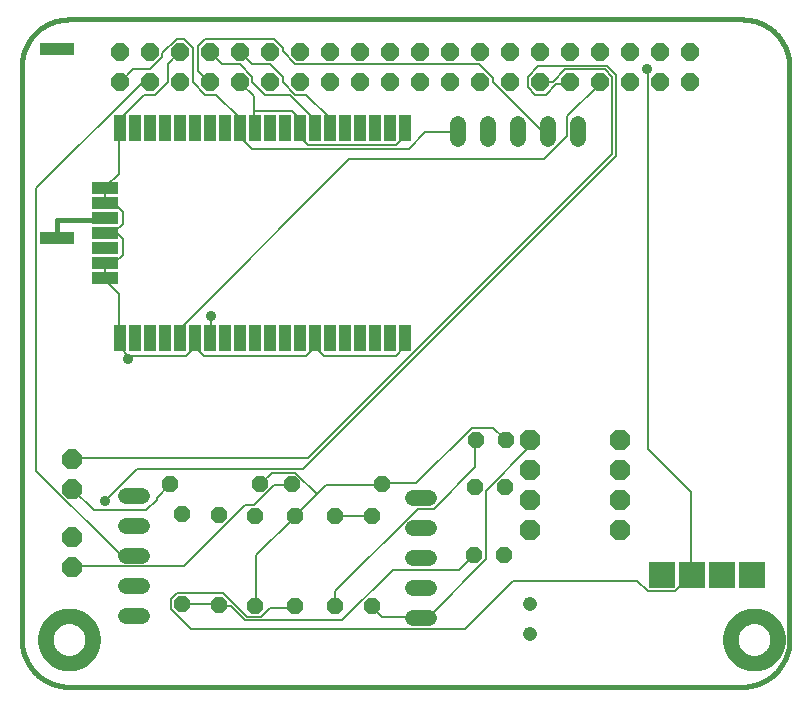
<source format=gtl>
G75*
%MOIN*%
%OFA0B0*%
%FSLAX25Y25*%
%IPPOS*%
%LPD*%
%AMOC8*
5,1,8,0,0,1.08239X$1,22.5*
%
%ADD10C,0.01600*%
%ADD11C,0.00000*%
%ADD12R,0.11811X0.03937*%
%ADD13C,0.05000*%
%ADD14OC8,0.06000*%
%ADD15R,0.04000X0.08858*%
%ADD16R,0.08858X0.04000*%
%ADD17OC8,0.06600*%
%ADD18OC8,0.05200*%
%ADD19R,0.08600X0.08600*%
%ADD20OC8,0.06800*%
%ADD21C,0.04756*%
%ADD22C,0.05200*%
%ADD23C,0.00600*%
%ADD24C,0.03600*%
%ADD25C,0.00504*%
D10*
X0017548Y0001800D02*
X0241957Y0001800D01*
X0242338Y0001805D01*
X0242718Y0001818D01*
X0243098Y0001841D01*
X0243477Y0001874D01*
X0243855Y0001915D01*
X0244232Y0001965D01*
X0244608Y0002025D01*
X0244983Y0002093D01*
X0245355Y0002171D01*
X0245726Y0002258D01*
X0246094Y0002353D01*
X0246460Y0002458D01*
X0246823Y0002571D01*
X0247184Y0002693D01*
X0247541Y0002823D01*
X0247895Y0002963D01*
X0248246Y0003110D01*
X0248593Y0003267D01*
X0248936Y0003431D01*
X0249275Y0003604D01*
X0249610Y0003785D01*
X0249941Y0003974D01*
X0250266Y0004171D01*
X0250587Y0004375D01*
X0250903Y0004588D01*
X0251213Y0004808D01*
X0251519Y0005035D01*
X0251818Y0005270D01*
X0252112Y0005512D01*
X0252400Y0005760D01*
X0252682Y0006016D01*
X0252957Y0006279D01*
X0253226Y0006548D01*
X0253489Y0006823D01*
X0253745Y0007105D01*
X0253993Y0007393D01*
X0254235Y0007687D01*
X0254470Y0007986D01*
X0254697Y0008292D01*
X0254917Y0008602D01*
X0255130Y0008918D01*
X0255334Y0009239D01*
X0255531Y0009564D01*
X0255720Y0009895D01*
X0255901Y0010230D01*
X0256074Y0010569D01*
X0256238Y0010912D01*
X0256395Y0011259D01*
X0256542Y0011610D01*
X0256682Y0011964D01*
X0256812Y0012321D01*
X0256934Y0012682D01*
X0257047Y0013045D01*
X0257152Y0013411D01*
X0257247Y0013779D01*
X0257334Y0014150D01*
X0257412Y0014522D01*
X0257480Y0014897D01*
X0257540Y0015273D01*
X0257590Y0015650D01*
X0257631Y0016028D01*
X0257664Y0016407D01*
X0257687Y0016787D01*
X0257700Y0017167D01*
X0257705Y0017548D01*
X0257706Y0017548D02*
X0257706Y0208493D01*
X0257705Y0208493D02*
X0257700Y0208874D01*
X0257687Y0209254D01*
X0257664Y0209634D01*
X0257631Y0210013D01*
X0257590Y0210391D01*
X0257540Y0210768D01*
X0257480Y0211144D01*
X0257412Y0211519D01*
X0257334Y0211891D01*
X0257247Y0212262D01*
X0257152Y0212630D01*
X0257047Y0212996D01*
X0256934Y0213359D01*
X0256812Y0213720D01*
X0256682Y0214077D01*
X0256542Y0214431D01*
X0256395Y0214782D01*
X0256238Y0215129D01*
X0256074Y0215472D01*
X0255901Y0215811D01*
X0255720Y0216146D01*
X0255531Y0216477D01*
X0255334Y0216802D01*
X0255130Y0217123D01*
X0254917Y0217439D01*
X0254697Y0217749D01*
X0254470Y0218055D01*
X0254235Y0218354D01*
X0253993Y0218648D01*
X0253745Y0218936D01*
X0253489Y0219218D01*
X0253226Y0219493D01*
X0252957Y0219762D01*
X0252682Y0220025D01*
X0252400Y0220281D01*
X0252112Y0220529D01*
X0251818Y0220771D01*
X0251519Y0221006D01*
X0251213Y0221233D01*
X0250903Y0221453D01*
X0250587Y0221666D01*
X0250266Y0221870D01*
X0249941Y0222067D01*
X0249610Y0222256D01*
X0249275Y0222437D01*
X0248936Y0222610D01*
X0248593Y0222774D01*
X0248246Y0222931D01*
X0247895Y0223078D01*
X0247541Y0223218D01*
X0247184Y0223348D01*
X0246823Y0223470D01*
X0246460Y0223583D01*
X0246094Y0223688D01*
X0245726Y0223783D01*
X0245355Y0223870D01*
X0244983Y0223948D01*
X0244608Y0224016D01*
X0244232Y0224076D01*
X0243855Y0224126D01*
X0243477Y0224167D01*
X0243098Y0224200D01*
X0242718Y0224223D01*
X0242338Y0224236D01*
X0241957Y0224241D01*
X0017548Y0224241D01*
X0017167Y0224236D01*
X0016787Y0224223D01*
X0016407Y0224200D01*
X0016028Y0224167D01*
X0015650Y0224126D01*
X0015273Y0224076D01*
X0014897Y0224016D01*
X0014522Y0223948D01*
X0014150Y0223870D01*
X0013779Y0223783D01*
X0013411Y0223688D01*
X0013045Y0223583D01*
X0012682Y0223470D01*
X0012321Y0223348D01*
X0011964Y0223218D01*
X0011610Y0223078D01*
X0011259Y0222931D01*
X0010912Y0222774D01*
X0010569Y0222610D01*
X0010230Y0222437D01*
X0009895Y0222256D01*
X0009564Y0222067D01*
X0009239Y0221870D01*
X0008918Y0221666D01*
X0008602Y0221453D01*
X0008292Y0221233D01*
X0007986Y0221006D01*
X0007687Y0220771D01*
X0007393Y0220529D01*
X0007105Y0220281D01*
X0006823Y0220025D01*
X0006548Y0219762D01*
X0006279Y0219493D01*
X0006016Y0219218D01*
X0005760Y0218936D01*
X0005512Y0218648D01*
X0005270Y0218354D01*
X0005035Y0218055D01*
X0004808Y0217749D01*
X0004588Y0217439D01*
X0004375Y0217123D01*
X0004171Y0216802D01*
X0003974Y0216477D01*
X0003785Y0216146D01*
X0003604Y0215811D01*
X0003431Y0215472D01*
X0003267Y0215129D01*
X0003110Y0214782D01*
X0002963Y0214431D01*
X0002823Y0214077D01*
X0002693Y0213720D01*
X0002571Y0213359D01*
X0002458Y0212996D01*
X0002353Y0212630D01*
X0002258Y0212262D01*
X0002171Y0211891D01*
X0002093Y0211519D01*
X0002025Y0211144D01*
X0001965Y0210768D01*
X0001915Y0210391D01*
X0001874Y0210013D01*
X0001841Y0209634D01*
X0001818Y0209254D01*
X0001805Y0208874D01*
X0001800Y0208493D01*
X0001800Y0017548D01*
X0001805Y0017167D01*
X0001818Y0016787D01*
X0001841Y0016407D01*
X0001874Y0016028D01*
X0001915Y0015650D01*
X0001965Y0015273D01*
X0002025Y0014897D01*
X0002093Y0014522D01*
X0002171Y0014150D01*
X0002258Y0013779D01*
X0002353Y0013411D01*
X0002458Y0013045D01*
X0002571Y0012682D01*
X0002693Y0012321D01*
X0002823Y0011964D01*
X0002963Y0011610D01*
X0003110Y0011259D01*
X0003267Y0010912D01*
X0003431Y0010569D01*
X0003604Y0010230D01*
X0003785Y0009895D01*
X0003974Y0009564D01*
X0004171Y0009239D01*
X0004375Y0008918D01*
X0004588Y0008602D01*
X0004808Y0008292D01*
X0005035Y0007986D01*
X0005270Y0007687D01*
X0005512Y0007393D01*
X0005760Y0007105D01*
X0006016Y0006823D01*
X0006279Y0006548D01*
X0006548Y0006279D01*
X0006823Y0006016D01*
X0007105Y0005760D01*
X0007393Y0005512D01*
X0007687Y0005270D01*
X0007986Y0005035D01*
X0008292Y0004808D01*
X0008602Y0004588D01*
X0008918Y0004375D01*
X0009239Y0004171D01*
X0009564Y0003974D01*
X0009895Y0003785D01*
X0010230Y0003604D01*
X0010569Y0003431D01*
X0010912Y0003267D01*
X0011259Y0003110D01*
X0011610Y0002963D01*
X0011964Y0002823D01*
X0012321Y0002693D01*
X0012682Y0002571D01*
X0013045Y0002458D01*
X0013411Y0002353D01*
X0013779Y0002258D01*
X0014150Y0002171D01*
X0014522Y0002093D01*
X0014897Y0002025D01*
X0015273Y0001965D01*
X0015650Y0001915D01*
X0016028Y0001874D01*
X0016407Y0001841D01*
X0016787Y0001818D01*
X0017167Y0001805D01*
X0017548Y0001800D01*
X0013611Y0151406D02*
X0013611Y0157312D01*
X0029359Y0157312D01*
D11*
X0012036Y0017548D02*
X0012038Y0017696D01*
X0012044Y0017844D01*
X0012054Y0017992D01*
X0012068Y0018139D01*
X0012086Y0018286D01*
X0012107Y0018432D01*
X0012133Y0018578D01*
X0012163Y0018723D01*
X0012196Y0018867D01*
X0012234Y0019010D01*
X0012275Y0019152D01*
X0012320Y0019293D01*
X0012368Y0019433D01*
X0012421Y0019572D01*
X0012477Y0019709D01*
X0012537Y0019844D01*
X0012600Y0019978D01*
X0012667Y0020110D01*
X0012738Y0020240D01*
X0012812Y0020368D01*
X0012889Y0020494D01*
X0012970Y0020618D01*
X0013054Y0020740D01*
X0013141Y0020859D01*
X0013232Y0020976D01*
X0013326Y0021091D01*
X0013422Y0021203D01*
X0013522Y0021313D01*
X0013624Y0021419D01*
X0013730Y0021523D01*
X0013838Y0021624D01*
X0013949Y0021722D01*
X0014062Y0021818D01*
X0014178Y0021910D01*
X0014296Y0021999D01*
X0014417Y0022084D01*
X0014540Y0022167D01*
X0014665Y0022246D01*
X0014792Y0022322D01*
X0014921Y0022394D01*
X0015052Y0022463D01*
X0015185Y0022528D01*
X0015320Y0022589D01*
X0015456Y0022647D01*
X0015593Y0022702D01*
X0015732Y0022752D01*
X0015873Y0022799D01*
X0016014Y0022842D01*
X0016157Y0022882D01*
X0016301Y0022917D01*
X0016445Y0022949D01*
X0016591Y0022976D01*
X0016737Y0023000D01*
X0016884Y0023020D01*
X0017031Y0023036D01*
X0017178Y0023048D01*
X0017326Y0023056D01*
X0017474Y0023060D01*
X0017622Y0023060D01*
X0017770Y0023056D01*
X0017918Y0023048D01*
X0018065Y0023036D01*
X0018212Y0023020D01*
X0018359Y0023000D01*
X0018505Y0022976D01*
X0018651Y0022949D01*
X0018795Y0022917D01*
X0018939Y0022882D01*
X0019082Y0022842D01*
X0019223Y0022799D01*
X0019364Y0022752D01*
X0019503Y0022702D01*
X0019640Y0022647D01*
X0019776Y0022589D01*
X0019911Y0022528D01*
X0020044Y0022463D01*
X0020175Y0022394D01*
X0020304Y0022322D01*
X0020431Y0022246D01*
X0020556Y0022167D01*
X0020679Y0022084D01*
X0020800Y0021999D01*
X0020918Y0021910D01*
X0021034Y0021818D01*
X0021147Y0021722D01*
X0021258Y0021624D01*
X0021366Y0021523D01*
X0021472Y0021419D01*
X0021574Y0021313D01*
X0021674Y0021203D01*
X0021770Y0021091D01*
X0021864Y0020976D01*
X0021955Y0020859D01*
X0022042Y0020740D01*
X0022126Y0020618D01*
X0022207Y0020494D01*
X0022284Y0020368D01*
X0022358Y0020240D01*
X0022429Y0020110D01*
X0022496Y0019978D01*
X0022559Y0019844D01*
X0022619Y0019709D01*
X0022675Y0019572D01*
X0022728Y0019433D01*
X0022776Y0019293D01*
X0022821Y0019152D01*
X0022862Y0019010D01*
X0022900Y0018867D01*
X0022933Y0018723D01*
X0022963Y0018578D01*
X0022989Y0018432D01*
X0023010Y0018286D01*
X0023028Y0018139D01*
X0023042Y0017992D01*
X0023052Y0017844D01*
X0023058Y0017696D01*
X0023060Y0017548D01*
X0023058Y0017400D01*
X0023052Y0017252D01*
X0023042Y0017104D01*
X0023028Y0016957D01*
X0023010Y0016810D01*
X0022989Y0016664D01*
X0022963Y0016518D01*
X0022933Y0016373D01*
X0022900Y0016229D01*
X0022862Y0016086D01*
X0022821Y0015944D01*
X0022776Y0015803D01*
X0022728Y0015663D01*
X0022675Y0015524D01*
X0022619Y0015387D01*
X0022559Y0015252D01*
X0022496Y0015118D01*
X0022429Y0014986D01*
X0022358Y0014856D01*
X0022284Y0014728D01*
X0022207Y0014602D01*
X0022126Y0014478D01*
X0022042Y0014356D01*
X0021955Y0014237D01*
X0021864Y0014120D01*
X0021770Y0014005D01*
X0021674Y0013893D01*
X0021574Y0013783D01*
X0021472Y0013677D01*
X0021366Y0013573D01*
X0021258Y0013472D01*
X0021147Y0013374D01*
X0021034Y0013278D01*
X0020918Y0013186D01*
X0020800Y0013097D01*
X0020679Y0013012D01*
X0020556Y0012929D01*
X0020431Y0012850D01*
X0020304Y0012774D01*
X0020175Y0012702D01*
X0020044Y0012633D01*
X0019911Y0012568D01*
X0019776Y0012507D01*
X0019640Y0012449D01*
X0019503Y0012394D01*
X0019364Y0012344D01*
X0019223Y0012297D01*
X0019082Y0012254D01*
X0018939Y0012214D01*
X0018795Y0012179D01*
X0018651Y0012147D01*
X0018505Y0012120D01*
X0018359Y0012096D01*
X0018212Y0012076D01*
X0018065Y0012060D01*
X0017918Y0012048D01*
X0017770Y0012040D01*
X0017622Y0012036D01*
X0017474Y0012036D01*
X0017326Y0012040D01*
X0017178Y0012048D01*
X0017031Y0012060D01*
X0016884Y0012076D01*
X0016737Y0012096D01*
X0016591Y0012120D01*
X0016445Y0012147D01*
X0016301Y0012179D01*
X0016157Y0012214D01*
X0016014Y0012254D01*
X0015873Y0012297D01*
X0015732Y0012344D01*
X0015593Y0012394D01*
X0015456Y0012449D01*
X0015320Y0012507D01*
X0015185Y0012568D01*
X0015052Y0012633D01*
X0014921Y0012702D01*
X0014792Y0012774D01*
X0014665Y0012850D01*
X0014540Y0012929D01*
X0014417Y0013012D01*
X0014296Y0013097D01*
X0014178Y0013186D01*
X0014062Y0013278D01*
X0013949Y0013374D01*
X0013838Y0013472D01*
X0013730Y0013573D01*
X0013624Y0013677D01*
X0013522Y0013783D01*
X0013422Y0013893D01*
X0013326Y0014005D01*
X0013232Y0014120D01*
X0013141Y0014237D01*
X0013054Y0014356D01*
X0012970Y0014478D01*
X0012889Y0014602D01*
X0012812Y0014728D01*
X0012738Y0014856D01*
X0012667Y0014986D01*
X0012600Y0015118D01*
X0012537Y0015252D01*
X0012477Y0015387D01*
X0012421Y0015524D01*
X0012368Y0015663D01*
X0012320Y0015803D01*
X0012275Y0015944D01*
X0012234Y0016086D01*
X0012196Y0016229D01*
X0012163Y0016373D01*
X0012133Y0016518D01*
X0012107Y0016664D01*
X0012086Y0016810D01*
X0012068Y0016957D01*
X0012054Y0017104D01*
X0012044Y0017252D01*
X0012038Y0017400D01*
X0012036Y0017548D01*
X0240382Y0017548D02*
X0240384Y0017696D01*
X0240390Y0017844D01*
X0240400Y0017992D01*
X0240414Y0018139D01*
X0240432Y0018286D01*
X0240453Y0018432D01*
X0240479Y0018578D01*
X0240509Y0018723D01*
X0240542Y0018867D01*
X0240580Y0019010D01*
X0240621Y0019152D01*
X0240666Y0019293D01*
X0240714Y0019433D01*
X0240767Y0019572D01*
X0240823Y0019709D01*
X0240883Y0019844D01*
X0240946Y0019978D01*
X0241013Y0020110D01*
X0241084Y0020240D01*
X0241158Y0020368D01*
X0241235Y0020494D01*
X0241316Y0020618D01*
X0241400Y0020740D01*
X0241487Y0020859D01*
X0241578Y0020976D01*
X0241672Y0021091D01*
X0241768Y0021203D01*
X0241868Y0021313D01*
X0241970Y0021419D01*
X0242076Y0021523D01*
X0242184Y0021624D01*
X0242295Y0021722D01*
X0242408Y0021818D01*
X0242524Y0021910D01*
X0242642Y0021999D01*
X0242763Y0022084D01*
X0242886Y0022167D01*
X0243011Y0022246D01*
X0243138Y0022322D01*
X0243267Y0022394D01*
X0243398Y0022463D01*
X0243531Y0022528D01*
X0243666Y0022589D01*
X0243802Y0022647D01*
X0243939Y0022702D01*
X0244078Y0022752D01*
X0244219Y0022799D01*
X0244360Y0022842D01*
X0244503Y0022882D01*
X0244647Y0022917D01*
X0244791Y0022949D01*
X0244937Y0022976D01*
X0245083Y0023000D01*
X0245230Y0023020D01*
X0245377Y0023036D01*
X0245524Y0023048D01*
X0245672Y0023056D01*
X0245820Y0023060D01*
X0245968Y0023060D01*
X0246116Y0023056D01*
X0246264Y0023048D01*
X0246411Y0023036D01*
X0246558Y0023020D01*
X0246705Y0023000D01*
X0246851Y0022976D01*
X0246997Y0022949D01*
X0247141Y0022917D01*
X0247285Y0022882D01*
X0247428Y0022842D01*
X0247569Y0022799D01*
X0247710Y0022752D01*
X0247849Y0022702D01*
X0247986Y0022647D01*
X0248122Y0022589D01*
X0248257Y0022528D01*
X0248390Y0022463D01*
X0248521Y0022394D01*
X0248650Y0022322D01*
X0248777Y0022246D01*
X0248902Y0022167D01*
X0249025Y0022084D01*
X0249146Y0021999D01*
X0249264Y0021910D01*
X0249380Y0021818D01*
X0249493Y0021722D01*
X0249604Y0021624D01*
X0249712Y0021523D01*
X0249818Y0021419D01*
X0249920Y0021313D01*
X0250020Y0021203D01*
X0250116Y0021091D01*
X0250210Y0020976D01*
X0250301Y0020859D01*
X0250388Y0020740D01*
X0250472Y0020618D01*
X0250553Y0020494D01*
X0250630Y0020368D01*
X0250704Y0020240D01*
X0250775Y0020110D01*
X0250842Y0019978D01*
X0250905Y0019844D01*
X0250965Y0019709D01*
X0251021Y0019572D01*
X0251074Y0019433D01*
X0251122Y0019293D01*
X0251167Y0019152D01*
X0251208Y0019010D01*
X0251246Y0018867D01*
X0251279Y0018723D01*
X0251309Y0018578D01*
X0251335Y0018432D01*
X0251356Y0018286D01*
X0251374Y0018139D01*
X0251388Y0017992D01*
X0251398Y0017844D01*
X0251404Y0017696D01*
X0251406Y0017548D01*
X0251404Y0017400D01*
X0251398Y0017252D01*
X0251388Y0017104D01*
X0251374Y0016957D01*
X0251356Y0016810D01*
X0251335Y0016664D01*
X0251309Y0016518D01*
X0251279Y0016373D01*
X0251246Y0016229D01*
X0251208Y0016086D01*
X0251167Y0015944D01*
X0251122Y0015803D01*
X0251074Y0015663D01*
X0251021Y0015524D01*
X0250965Y0015387D01*
X0250905Y0015252D01*
X0250842Y0015118D01*
X0250775Y0014986D01*
X0250704Y0014856D01*
X0250630Y0014728D01*
X0250553Y0014602D01*
X0250472Y0014478D01*
X0250388Y0014356D01*
X0250301Y0014237D01*
X0250210Y0014120D01*
X0250116Y0014005D01*
X0250020Y0013893D01*
X0249920Y0013783D01*
X0249818Y0013677D01*
X0249712Y0013573D01*
X0249604Y0013472D01*
X0249493Y0013374D01*
X0249380Y0013278D01*
X0249264Y0013186D01*
X0249146Y0013097D01*
X0249025Y0013012D01*
X0248902Y0012929D01*
X0248777Y0012850D01*
X0248650Y0012774D01*
X0248521Y0012702D01*
X0248390Y0012633D01*
X0248257Y0012568D01*
X0248122Y0012507D01*
X0247986Y0012449D01*
X0247849Y0012394D01*
X0247710Y0012344D01*
X0247569Y0012297D01*
X0247428Y0012254D01*
X0247285Y0012214D01*
X0247141Y0012179D01*
X0246997Y0012147D01*
X0246851Y0012120D01*
X0246705Y0012096D01*
X0246558Y0012076D01*
X0246411Y0012060D01*
X0246264Y0012048D01*
X0246116Y0012040D01*
X0245968Y0012036D01*
X0245820Y0012036D01*
X0245672Y0012040D01*
X0245524Y0012048D01*
X0245377Y0012060D01*
X0245230Y0012076D01*
X0245083Y0012096D01*
X0244937Y0012120D01*
X0244791Y0012147D01*
X0244647Y0012179D01*
X0244503Y0012214D01*
X0244360Y0012254D01*
X0244219Y0012297D01*
X0244078Y0012344D01*
X0243939Y0012394D01*
X0243802Y0012449D01*
X0243666Y0012507D01*
X0243531Y0012568D01*
X0243398Y0012633D01*
X0243267Y0012702D01*
X0243138Y0012774D01*
X0243011Y0012850D01*
X0242886Y0012929D01*
X0242763Y0013012D01*
X0242642Y0013097D01*
X0242524Y0013186D01*
X0242408Y0013278D01*
X0242295Y0013374D01*
X0242184Y0013472D01*
X0242076Y0013573D01*
X0241970Y0013677D01*
X0241868Y0013783D01*
X0241768Y0013893D01*
X0241672Y0014005D01*
X0241578Y0014120D01*
X0241487Y0014237D01*
X0241400Y0014356D01*
X0241316Y0014478D01*
X0241235Y0014602D01*
X0241158Y0014728D01*
X0241084Y0014856D01*
X0241013Y0014986D01*
X0240946Y0015118D01*
X0240883Y0015252D01*
X0240823Y0015387D01*
X0240767Y0015524D01*
X0240714Y0015663D01*
X0240666Y0015803D01*
X0240621Y0015944D01*
X0240580Y0016086D01*
X0240542Y0016229D01*
X0240509Y0016373D01*
X0240479Y0016518D01*
X0240453Y0016664D01*
X0240432Y0016810D01*
X0240414Y0016957D01*
X0240400Y0017104D01*
X0240390Y0017252D01*
X0240384Y0017400D01*
X0240382Y0017548D01*
D12*
X0013611Y0151406D03*
X0013611Y0214398D03*
D13*
X0009674Y0017548D02*
X0009676Y0017741D01*
X0009683Y0017934D01*
X0009695Y0018127D01*
X0009712Y0018320D01*
X0009733Y0018512D01*
X0009759Y0018703D01*
X0009790Y0018894D01*
X0009825Y0019084D01*
X0009865Y0019273D01*
X0009910Y0019461D01*
X0009959Y0019648D01*
X0010013Y0019834D01*
X0010071Y0020018D01*
X0010134Y0020201D01*
X0010202Y0020382D01*
X0010273Y0020561D01*
X0010350Y0020739D01*
X0010430Y0020915D01*
X0010515Y0021088D01*
X0010604Y0021260D01*
X0010697Y0021429D01*
X0010794Y0021596D01*
X0010896Y0021761D01*
X0011001Y0021923D01*
X0011110Y0022082D01*
X0011224Y0022239D01*
X0011341Y0022392D01*
X0011461Y0022543D01*
X0011586Y0022691D01*
X0011714Y0022836D01*
X0011845Y0022977D01*
X0011980Y0023116D01*
X0012119Y0023251D01*
X0012260Y0023382D01*
X0012405Y0023510D01*
X0012553Y0023635D01*
X0012704Y0023755D01*
X0012857Y0023872D01*
X0013014Y0023986D01*
X0013173Y0024095D01*
X0013335Y0024200D01*
X0013500Y0024302D01*
X0013667Y0024399D01*
X0013836Y0024492D01*
X0014008Y0024581D01*
X0014181Y0024666D01*
X0014357Y0024746D01*
X0014535Y0024823D01*
X0014714Y0024894D01*
X0014895Y0024962D01*
X0015078Y0025025D01*
X0015262Y0025083D01*
X0015448Y0025137D01*
X0015635Y0025186D01*
X0015823Y0025231D01*
X0016012Y0025271D01*
X0016202Y0025306D01*
X0016393Y0025337D01*
X0016584Y0025363D01*
X0016776Y0025384D01*
X0016969Y0025401D01*
X0017162Y0025413D01*
X0017355Y0025420D01*
X0017548Y0025422D01*
X0017741Y0025420D01*
X0017934Y0025413D01*
X0018127Y0025401D01*
X0018320Y0025384D01*
X0018512Y0025363D01*
X0018703Y0025337D01*
X0018894Y0025306D01*
X0019084Y0025271D01*
X0019273Y0025231D01*
X0019461Y0025186D01*
X0019648Y0025137D01*
X0019834Y0025083D01*
X0020018Y0025025D01*
X0020201Y0024962D01*
X0020382Y0024894D01*
X0020561Y0024823D01*
X0020739Y0024746D01*
X0020915Y0024666D01*
X0021088Y0024581D01*
X0021260Y0024492D01*
X0021429Y0024399D01*
X0021596Y0024302D01*
X0021761Y0024200D01*
X0021923Y0024095D01*
X0022082Y0023986D01*
X0022239Y0023872D01*
X0022392Y0023755D01*
X0022543Y0023635D01*
X0022691Y0023510D01*
X0022836Y0023382D01*
X0022977Y0023251D01*
X0023116Y0023116D01*
X0023251Y0022977D01*
X0023382Y0022836D01*
X0023510Y0022691D01*
X0023635Y0022543D01*
X0023755Y0022392D01*
X0023872Y0022239D01*
X0023986Y0022082D01*
X0024095Y0021923D01*
X0024200Y0021761D01*
X0024302Y0021596D01*
X0024399Y0021429D01*
X0024492Y0021260D01*
X0024581Y0021088D01*
X0024666Y0020915D01*
X0024746Y0020739D01*
X0024823Y0020561D01*
X0024894Y0020382D01*
X0024962Y0020201D01*
X0025025Y0020018D01*
X0025083Y0019834D01*
X0025137Y0019648D01*
X0025186Y0019461D01*
X0025231Y0019273D01*
X0025271Y0019084D01*
X0025306Y0018894D01*
X0025337Y0018703D01*
X0025363Y0018512D01*
X0025384Y0018320D01*
X0025401Y0018127D01*
X0025413Y0017934D01*
X0025420Y0017741D01*
X0025422Y0017548D01*
X0025420Y0017355D01*
X0025413Y0017162D01*
X0025401Y0016969D01*
X0025384Y0016776D01*
X0025363Y0016584D01*
X0025337Y0016393D01*
X0025306Y0016202D01*
X0025271Y0016012D01*
X0025231Y0015823D01*
X0025186Y0015635D01*
X0025137Y0015448D01*
X0025083Y0015262D01*
X0025025Y0015078D01*
X0024962Y0014895D01*
X0024894Y0014714D01*
X0024823Y0014535D01*
X0024746Y0014357D01*
X0024666Y0014181D01*
X0024581Y0014008D01*
X0024492Y0013836D01*
X0024399Y0013667D01*
X0024302Y0013500D01*
X0024200Y0013335D01*
X0024095Y0013173D01*
X0023986Y0013014D01*
X0023872Y0012857D01*
X0023755Y0012704D01*
X0023635Y0012553D01*
X0023510Y0012405D01*
X0023382Y0012260D01*
X0023251Y0012119D01*
X0023116Y0011980D01*
X0022977Y0011845D01*
X0022836Y0011714D01*
X0022691Y0011586D01*
X0022543Y0011461D01*
X0022392Y0011341D01*
X0022239Y0011224D01*
X0022082Y0011110D01*
X0021923Y0011001D01*
X0021761Y0010896D01*
X0021596Y0010794D01*
X0021429Y0010697D01*
X0021260Y0010604D01*
X0021088Y0010515D01*
X0020915Y0010430D01*
X0020739Y0010350D01*
X0020561Y0010273D01*
X0020382Y0010202D01*
X0020201Y0010134D01*
X0020018Y0010071D01*
X0019834Y0010013D01*
X0019648Y0009959D01*
X0019461Y0009910D01*
X0019273Y0009865D01*
X0019084Y0009825D01*
X0018894Y0009790D01*
X0018703Y0009759D01*
X0018512Y0009733D01*
X0018320Y0009712D01*
X0018127Y0009695D01*
X0017934Y0009683D01*
X0017741Y0009676D01*
X0017548Y0009674D01*
X0017355Y0009676D01*
X0017162Y0009683D01*
X0016969Y0009695D01*
X0016776Y0009712D01*
X0016584Y0009733D01*
X0016393Y0009759D01*
X0016202Y0009790D01*
X0016012Y0009825D01*
X0015823Y0009865D01*
X0015635Y0009910D01*
X0015448Y0009959D01*
X0015262Y0010013D01*
X0015078Y0010071D01*
X0014895Y0010134D01*
X0014714Y0010202D01*
X0014535Y0010273D01*
X0014357Y0010350D01*
X0014181Y0010430D01*
X0014008Y0010515D01*
X0013836Y0010604D01*
X0013667Y0010697D01*
X0013500Y0010794D01*
X0013335Y0010896D01*
X0013173Y0011001D01*
X0013014Y0011110D01*
X0012857Y0011224D01*
X0012704Y0011341D01*
X0012553Y0011461D01*
X0012405Y0011586D01*
X0012260Y0011714D01*
X0012119Y0011845D01*
X0011980Y0011980D01*
X0011845Y0012119D01*
X0011714Y0012260D01*
X0011586Y0012405D01*
X0011461Y0012553D01*
X0011341Y0012704D01*
X0011224Y0012857D01*
X0011110Y0013014D01*
X0011001Y0013173D01*
X0010896Y0013335D01*
X0010794Y0013500D01*
X0010697Y0013667D01*
X0010604Y0013836D01*
X0010515Y0014008D01*
X0010430Y0014181D01*
X0010350Y0014357D01*
X0010273Y0014535D01*
X0010202Y0014714D01*
X0010134Y0014895D01*
X0010071Y0015078D01*
X0010013Y0015262D01*
X0009959Y0015448D01*
X0009910Y0015635D01*
X0009865Y0015823D01*
X0009825Y0016012D01*
X0009790Y0016202D01*
X0009759Y0016393D01*
X0009733Y0016584D01*
X0009712Y0016776D01*
X0009695Y0016969D01*
X0009683Y0017162D01*
X0009676Y0017355D01*
X0009674Y0017548D01*
X0009676Y0017741D01*
X0009683Y0017934D01*
X0009695Y0018127D01*
X0009712Y0018320D01*
X0009733Y0018512D01*
X0009759Y0018703D01*
X0009790Y0018894D01*
X0009825Y0019084D01*
X0009865Y0019273D01*
X0009910Y0019461D01*
X0009959Y0019648D01*
X0010013Y0019834D01*
X0010071Y0020018D01*
X0010134Y0020201D01*
X0010202Y0020382D01*
X0010273Y0020561D01*
X0010350Y0020739D01*
X0010430Y0020915D01*
X0010515Y0021088D01*
X0010604Y0021260D01*
X0010697Y0021429D01*
X0010794Y0021596D01*
X0010896Y0021761D01*
X0011001Y0021923D01*
X0011110Y0022082D01*
X0011224Y0022239D01*
X0011341Y0022392D01*
X0011461Y0022543D01*
X0011586Y0022691D01*
X0011714Y0022836D01*
X0011845Y0022977D01*
X0011980Y0023116D01*
X0012119Y0023251D01*
X0012260Y0023382D01*
X0012405Y0023510D01*
X0012553Y0023635D01*
X0012704Y0023755D01*
X0012857Y0023872D01*
X0013014Y0023986D01*
X0013173Y0024095D01*
X0013335Y0024200D01*
X0013500Y0024302D01*
X0013667Y0024399D01*
X0013836Y0024492D01*
X0014008Y0024581D01*
X0014181Y0024666D01*
X0014357Y0024746D01*
X0014535Y0024823D01*
X0014714Y0024894D01*
X0014895Y0024962D01*
X0015078Y0025025D01*
X0015262Y0025083D01*
X0015448Y0025137D01*
X0015635Y0025186D01*
X0015823Y0025231D01*
X0016012Y0025271D01*
X0016202Y0025306D01*
X0016393Y0025337D01*
X0016584Y0025363D01*
X0016776Y0025384D01*
X0016969Y0025401D01*
X0017162Y0025413D01*
X0017355Y0025420D01*
X0017548Y0025422D01*
X0017741Y0025420D01*
X0017934Y0025413D01*
X0018127Y0025401D01*
X0018320Y0025384D01*
X0018512Y0025363D01*
X0018703Y0025337D01*
X0018894Y0025306D01*
X0019084Y0025271D01*
X0019273Y0025231D01*
X0019461Y0025186D01*
X0019648Y0025137D01*
X0019834Y0025083D01*
X0020018Y0025025D01*
X0020201Y0024962D01*
X0020382Y0024894D01*
X0020561Y0024823D01*
X0020739Y0024746D01*
X0020915Y0024666D01*
X0021088Y0024581D01*
X0021260Y0024492D01*
X0021429Y0024399D01*
X0021596Y0024302D01*
X0021761Y0024200D01*
X0021923Y0024095D01*
X0022082Y0023986D01*
X0022239Y0023872D01*
X0022392Y0023755D01*
X0022543Y0023635D01*
X0022691Y0023510D01*
X0022836Y0023382D01*
X0022977Y0023251D01*
X0023116Y0023116D01*
X0023251Y0022977D01*
X0023382Y0022836D01*
X0023510Y0022691D01*
X0023635Y0022543D01*
X0023755Y0022392D01*
X0023872Y0022239D01*
X0023986Y0022082D01*
X0024095Y0021923D01*
X0024200Y0021761D01*
X0024302Y0021596D01*
X0024399Y0021429D01*
X0024492Y0021260D01*
X0024581Y0021088D01*
X0024666Y0020915D01*
X0024746Y0020739D01*
X0024823Y0020561D01*
X0024894Y0020382D01*
X0024962Y0020201D01*
X0025025Y0020018D01*
X0025083Y0019834D01*
X0025137Y0019648D01*
X0025186Y0019461D01*
X0025231Y0019273D01*
X0025271Y0019084D01*
X0025306Y0018894D01*
X0025337Y0018703D01*
X0025363Y0018512D01*
X0025384Y0018320D01*
X0025401Y0018127D01*
X0025413Y0017934D01*
X0025420Y0017741D01*
X0025422Y0017548D01*
X0025420Y0017355D01*
X0025413Y0017162D01*
X0025401Y0016969D01*
X0025384Y0016776D01*
X0025363Y0016584D01*
X0025337Y0016393D01*
X0025306Y0016202D01*
X0025271Y0016012D01*
X0025231Y0015823D01*
X0025186Y0015635D01*
X0025137Y0015448D01*
X0025083Y0015262D01*
X0025025Y0015078D01*
X0024962Y0014895D01*
X0024894Y0014714D01*
X0024823Y0014535D01*
X0024746Y0014357D01*
X0024666Y0014181D01*
X0024581Y0014008D01*
X0024492Y0013836D01*
X0024399Y0013667D01*
X0024302Y0013500D01*
X0024200Y0013335D01*
X0024095Y0013173D01*
X0023986Y0013014D01*
X0023872Y0012857D01*
X0023755Y0012704D01*
X0023635Y0012553D01*
X0023510Y0012405D01*
X0023382Y0012260D01*
X0023251Y0012119D01*
X0023116Y0011980D01*
X0022977Y0011845D01*
X0022836Y0011714D01*
X0022691Y0011586D01*
X0022543Y0011461D01*
X0022392Y0011341D01*
X0022239Y0011224D01*
X0022082Y0011110D01*
X0021923Y0011001D01*
X0021761Y0010896D01*
X0021596Y0010794D01*
X0021429Y0010697D01*
X0021260Y0010604D01*
X0021088Y0010515D01*
X0020915Y0010430D01*
X0020739Y0010350D01*
X0020561Y0010273D01*
X0020382Y0010202D01*
X0020201Y0010134D01*
X0020018Y0010071D01*
X0019834Y0010013D01*
X0019648Y0009959D01*
X0019461Y0009910D01*
X0019273Y0009865D01*
X0019084Y0009825D01*
X0018894Y0009790D01*
X0018703Y0009759D01*
X0018512Y0009733D01*
X0018320Y0009712D01*
X0018127Y0009695D01*
X0017934Y0009683D01*
X0017741Y0009676D01*
X0017548Y0009674D01*
X0017355Y0009676D01*
X0017162Y0009683D01*
X0016969Y0009695D01*
X0016776Y0009712D01*
X0016584Y0009733D01*
X0016393Y0009759D01*
X0016202Y0009790D01*
X0016012Y0009825D01*
X0015823Y0009865D01*
X0015635Y0009910D01*
X0015448Y0009959D01*
X0015262Y0010013D01*
X0015078Y0010071D01*
X0014895Y0010134D01*
X0014714Y0010202D01*
X0014535Y0010273D01*
X0014357Y0010350D01*
X0014181Y0010430D01*
X0014008Y0010515D01*
X0013836Y0010604D01*
X0013667Y0010697D01*
X0013500Y0010794D01*
X0013335Y0010896D01*
X0013173Y0011001D01*
X0013014Y0011110D01*
X0012857Y0011224D01*
X0012704Y0011341D01*
X0012553Y0011461D01*
X0012405Y0011586D01*
X0012260Y0011714D01*
X0012119Y0011845D01*
X0011980Y0011980D01*
X0011845Y0012119D01*
X0011714Y0012260D01*
X0011586Y0012405D01*
X0011461Y0012553D01*
X0011341Y0012704D01*
X0011224Y0012857D01*
X0011110Y0013014D01*
X0011001Y0013173D01*
X0010896Y0013335D01*
X0010794Y0013500D01*
X0010697Y0013667D01*
X0010604Y0013836D01*
X0010515Y0014008D01*
X0010430Y0014181D01*
X0010350Y0014357D01*
X0010273Y0014535D01*
X0010202Y0014714D01*
X0010134Y0014895D01*
X0010071Y0015078D01*
X0010013Y0015262D01*
X0009959Y0015448D01*
X0009910Y0015635D01*
X0009865Y0015823D01*
X0009825Y0016012D01*
X0009790Y0016202D01*
X0009759Y0016393D01*
X0009733Y0016584D01*
X0009712Y0016776D01*
X0009695Y0016969D01*
X0009683Y0017162D01*
X0009676Y0017355D01*
X0009674Y0017548D01*
X0238020Y0017548D02*
X0238022Y0017741D01*
X0238029Y0017934D01*
X0238041Y0018127D01*
X0238058Y0018320D01*
X0238079Y0018512D01*
X0238105Y0018703D01*
X0238136Y0018894D01*
X0238171Y0019084D01*
X0238211Y0019273D01*
X0238256Y0019461D01*
X0238305Y0019648D01*
X0238359Y0019834D01*
X0238417Y0020018D01*
X0238480Y0020201D01*
X0238548Y0020382D01*
X0238619Y0020561D01*
X0238696Y0020739D01*
X0238776Y0020915D01*
X0238861Y0021088D01*
X0238950Y0021260D01*
X0239043Y0021429D01*
X0239140Y0021596D01*
X0239242Y0021761D01*
X0239347Y0021923D01*
X0239456Y0022082D01*
X0239570Y0022239D01*
X0239687Y0022392D01*
X0239807Y0022543D01*
X0239932Y0022691D01*
X0240060Y0022836D01*
X0240191Y0022977D01*
X0240326Y0023116D01*
X0240465Y0023251D01*
X0240606Y0023382D01*
X0240751Y0023510D01*
X0240899Y0023635D01*
X0241050Y0023755D01*
X0241203Y0023872D01*
X0241360Y0023986D01*
X0241519Y0024095D01*
X0241681Y0024200D01*
X0241846Y0024302D01*
X0242013Y0024399D01*
X0242182Y0024492D01*
X0242354Y0024581D01*
X0242527Y0024666D01*
X0242703Y0024746D01*
X0242881Y0024823D01*
X0243060Y0024894D01*
X0243241Y0024962D01*
X0243424Y0025025D01*
X0243608Y0025083D01*
X0243794Y0025137D01*
X0243981Y0025186D01*
X0244169Y0025231D01*
X0244358Y0025271D01*
X0244548Y0025306D01*
X0244739Y0025337D01*
X0244930Y0025363D01*
X0245122Y0025384D01*
X0245315Y0025401D01*
X0245508Y0025413D01*
X0245701Y0025420D01*
X0245894Y0025422D01*
X0246087Y0025420D01*
X0246280Y0025413D01*
X0246473Y0025401D01*
X0246666Y0025384D01*
X0246858Y0025363D01*
X0247049Y0025337D01*
X0247240Y0025306D01*
X0247430Y0025271D01*
X0247619Y0025231D01*
X0247807Y0025186D01*
X0247994Y0025137D01*
X0248180Y0025083D01*
X0248364Y0025025D01*
X0248547Y0024962D01*
X0248728Y0024894D01*
X0248907Y0024823D01*
X0249085Y0024746D01*
X0249261Y0024666D01*
X0249434Y0024581D01*
X0249606Y0024492D01*
X0249775Y0024399D01*
X0249942Y0024302D01*
X0250107Y0024200D01*
X0250269Y0024095D01*
X0250428Y0023986D01*
X0250585Y0023872D01*
X0250738Y0023755D01*
X0250889Y0023635D01*
X0251037Y0023510D01*
X0251182Y0023382D01*
X0251323Y0023251D01*
X0251462Y0023116D01*
X0251597Y0022977D01*
X0251728Y0022836D01*
X0251856Y0022691D01*
X0251981Y0022543D01*
X0252101Y0022392D01*
X0252218Y0022239D01*
X0252332Y0022082D01*
X0252441Y0021923D01*
X0252546Y0021761D01*
X0252648Y0021596D01*
X0252745Y0021429D01*
X0252838Y0021260D01*
X0252927Y0021088D01*
X0253012Y0020915D01*
X0253092Y0020739D01*
X0253169Y0020561D01*
X0253240Y0020382D01*
X0253308Y0020201D01*
X0253371Y0020018D01*
X0253429Y0019834D01*
X0253483Y0019648D01*
X0253532Y0019461D01*
X0253577Y0019273D01*
X0253617Y0019084D01*
X0253652Y0018894D01*
X0253683Y0018703D01*
X0253709Y0018512D01*
X0253730Y0018320D01*
X0253747Y0018127D01*
X0253759Y0017934D01*
X0253766Y0017741D01*
X0253768Y0017548D01*
X0253766Y0017355D01*
X0253759Y0017162D01*
X0253747Y0016969D01*
X0253730Y0016776D01*
X0253709Y0016584D01*
X0253683Y0016393D01*
X0253652Y0016202D01*
X0253617Y0016012D01*
X0253577Y0015823D01*
X0253532Y0015635D01*
X0253483Y0015448D01*
X0253429Y0015262D01*
X0253371Y0015078D01*
X0253308Y0014895D01*
X0253240Y0014714D01*
X0253169Y0014535D01*
X0253092Y0014357D01*
X0253012Y0014181D01*
X0252927Y0014008D01*
X0252838Y0013836D01*
X0252745Y0013667D01*
X0252648Y0013500D01*
X0252546Y0013335D01*
X0252441Y0013173D01*
X0252332Y0013014D01*
X0252218Y0012857D01*
X0252101Y0012704D01*
X0251981Y0012553D01*
X0251856Y0012405D01*
X0251728Y0012260D01*
X0251597Y0012119D01*
X0251462Y0011980D01*
X0251323Y0011845D01*
X0251182Y0011714D01*
X0251037Y0011586D01*
X0250889Y0011461D01*
X0250738Y0011341D01*
X0250585Y0011224D01*
X0250428Y0011110D01*
X0250269Y0011001D01*
X0250107Y0010896D01*
X0249942Y0010794D01*
X0249775Y0010697D01*
X0249606Y0010604D01*
X0249434Y0010515D01*
X0249261Y0010430D01*
X0249085Y0010350D01*
X0248907Y0010273D01*
X0248728Y0010202D01*
X0248547Y0010134D01*
X0248364Y0010071D01*
X0248180Y0010013D01*
X0247994Y0009959D01*
X0247807Y0009910D01*
X0247619Y0009865D01*
X0247430Y0009825D01*
X0247240Y0009790D01*
X0247049Y0009759D01*
X0246858Y0009733D01*
X0246666Y0009712D01*
X0246473Y0009695D01*
X0246280Y0009683D01*
X0246087Y0009676D01*
X0245894Y0009674D01*
X0245701Y0009676D01*
X0245508Y0009683D01*
X0245315Y0009695D01*
X0245122Y0009712D01*
X0244930Y0009733D01*
X0244739Y0009759D01*
X0244548Y0009790D01*
X0244358Y0009825D01*
X0244169Y0009865D01*
X0243981Y0009910D01*
X0243794Y0009959D01*
X0243608Y0010013D01*
X0243424Y0010071D01*
X0243241Y0010134D01*
X0243060Y0010202D01*
X0242881Y0010273D01*
X0242703Y0010350D01*
X0242527Y0010430D01*
X0242354Y0010515D01*
X0242182Y0010604D01*
X0242013Y0010697D01*
X0241846Y0010794D01*
X0241681Y0010896D01*
X0241519Y0011001D01*
X0241360Y0011110D01*
X0241203Y0011224D01*
X0241050Y0011341D01*
X0240899Y0011461D01*
X0240751Y0011586D01*
X0240606Y0011714D01*
X0240465Y0011845D01*
X0240326Y0011980D01*
X0240191Y0012119D01*
X0240060Y0012260D01*
X0239932Y0012405D01*
X0239807Y0012553D01*
X0239687Y0012704D01*
X0239570Y0012857D01*
X0239456Y0013014D01*
X0239347Y0013173D01*
X0239242Y0013335D01*
X0239140Y0013500D01*
X0239043Y0013667D01*
X0238950Y0013836D01*
X0238861Y0014008D01*
X0238776Y0014181D01*
X0238696Y0014357D01*
X0238619Y0014535D01*
X0238548Y0014714D01*
X0238480Y0014895D01*
X0238417Y0015078D01*
X0238359Y0015262D01*
X0238305Y0015448D01*
X0238256Y0015635D01*
X0238211Y0015823D01*
X0238171Y0016012D01*
X0238136Y0016202D01*
X0238105Y0016393D01*
X0238079Y0016584D01*
X0238058Y0016776D01*
X0238041Y0016969D01*
X0238029Y0017162D01*
X0238022Y0017355D01*
X0238020Y0017548D01*
X0238022Y0017741D01*
X0238029Y0017934D01*
X0238041Y0018127D01*
X0238058Y0018320D01*
X0238079Y0018512D01*
X0238105Y0018703D01*
X0238136Y0018894D01*
X0238171Y0019084D01*
X0238211Y0019273D01*
X0238256Y0019461D01*
X0238305Y0019648D01*
X0238359Y0019834D01*
X0238417Y0020018D01*
X0238480Y0020201D01*
X0238548Y0020382D01*
X0238619Y0020561D01*
X0238696Y0020739D01*
X0238776Y0020915D01*
X0238861Y0021088D01*
X0238950Y0021260D01*
X0239043Y0021429D01*
X0239140Y0021596D01*
X0239242Y0021761D01*
X0239347Y0021923D01*
X0239456Y0022082D01*
X0239570Y0022239D01*
X0239687Y0022392D01*
X0239807Y0022543D01*
X0239932Y0022691D01*
X0240060Y0022836D01*
X0240191Y0022977D01*
X0240326Y0023116D01*
X0240465Y0023251D01*
X0240606Y0023382D01*
X0240751Y0023510D01*
X0240899Y0023635D01*
X0241050Y0023755D01*
X0241203Y0023872D01*
X0241360Y0023986D01*
X0241519Y0024095D01*
X0241681Y0024200D01*
X0241846Y0024302D01*
X0242013Y0024399D01*
X0242182Y0024492D01*
X0242354Y0024581D01*
X0242527Y0024666D01*
X0242703Y0024746D01*
X0242881Y0024823D01*
X0243060Y0024894D01*
X0243241Y0024962D01*
X0243424Y0025025D01*
X0243608Y0025083D01*
X0243794Y0025137D01*
X0243981Y0025186D01*
X0244169Y0025231D01*
X0244358Y0025271D01*
X0244548Y0025306D01*
X0244739Y0025337D01*
X0244930Y0025363D01*
X0245122Y0025384D01*
X0245315Y0025401D01*
X0245508Y0025413D01*
X0245701Y0025420D01*
X0245894Y0025422D01*
X0246087Y0025420D01*
X0246280Y0025413D01*
X0246473Y0025401D01*
X0246666Y0025384D01*
X0246858Y0025363D01*
X0247049Y0025337D01*
X0247240Y0025306D01*
X0247430Y0025271D01*
X0247619Y0025231D01*
X0247807Y0025186D01*
X0247994Y0025137D01*
X0248180Y0025083D01*
X0248364Y0025025D01*
X0248547Y0024962D01*
X0248728Y0024894D01*
X0248907Y0024823D01*
X0249085Y0024746D01*
X0249261Y0024666D01*
X0249434Y0024581D01*
X0249606Y0024492D01*
X0249775Y0024399D01*
X0249942Y0024302D01*
X0250107Y0024200D01*
X0250269Y0024095D01*
X0250428Y0023986D01*
X0250585Y0023872D01*
X0250738Y0023755D01*
X0250889Y0023635D01*
X0251037Y0023510D01*
X0251182Y0023382D01*
X0251323Y0023251D01*
X0251462Y0023116D01*
X0251597Y0022977D01*
X0251728Y0022836D01*
X0251856Y0022691D01*
X0251981Y0022543D01*
X0252101Y0022392D01*
X0252218Y0022239D01*
X0252332Y0022082D01*
X0252441Y0021923D01*
X0252546Y0021761D01*
X0252648Y0021596D01*
X0252745Y0021429D01*
X0252838Y0021260D01*
X0252927Y0021088D01*
X0253012Y0020915D01*
X0253092Y0020739D01*
X0253169Y0020561D01*
X0253240Y0020382D01*
X0253308Y0020201D01*
X0253371Y0020018D01*
X0253429Y0019834D01*
X0253483Y0019648D01*
X0253532Y0019461D01*
X0253577Y0019273D01*
X0253617Y0019084D01*
X0253652Y0018894D01*
X0253683Y0018703D01*
X0253709Y0018512D01*
X0253730Y0018320D01*
X0253747Y0018127D01*
X0253759Y0017934D01*
X0253766Y0017741D01*
X0253768Y0017548D01*
X0253766Y0017355D01*
X0253759Y0017162D01*
X0253747Y0016969D01*
X0253730Y0016776D01*
X0253709Y0016584D01*
X0253683Y0016393D01*
X0253652Y0016202D01*
X0253617Y0016012D01*
X0253577Y0015823D01*
X0253532Y0015635D01*
X0253483Y0015448D01*
X0253429Y0015262D01*
X0253371Y0015078D01*
X0253308Y0014895D01*
X0253240Y0014714D01*
X0253169Y0014535D01*
X0253092Y0014357D01*
X0253012Y0014181D01*
X0252927Y0014008D01*
X0252838Y0013836D01*
X0252745Y0013667D01*
X0252648Y0013500D01*
X0252546Y0013335D01*
X0252441Y0013173D01*
X0252332Y0013014D01*
X0252218Y0012857D01*
X0252101Y0012704D01*
X0251981Y0012553D01*
X0251856Y0012405D01*
X0251728Y0012260D01*
X0251597Y0012119D01*
X0251462Y0011980D01*
X0251323Y0011845D01*
X0251182Y0011714D01*
X0251037Y0011586D01*
X0250889Y0011461D01*
X0250738Y0011341D01*
X0250585Y0011224D01*
X0250428Y0011110D01*
X0250269Y0011001D01*
X0250107Y0010896D01*
X0249942Y0010794D01*
X0249775Y0010697D01*
X0249606Y0010604D01*
X0249434Y0010515D01*
X0249261Y0010430D01*
X0249085Y0010350D01*
X0248907Y0010273D01*
X0248728Y0010202D01*
X0248547Y0010134D01*
X0248364Y0010071D01*
X0248180Y0010013D01*
X0247994Y0009959D01*
X0247807Y0009910D01*
X0247619Y0009865D01*
X0247430Y0009825D01*
X0247240Y0009790D01*
X0247049Y0009759D01*
X0246858Y0009733D01*
X0246666Y0009712D01*
X0246473Y0009695D01*
X0246280Y0009683D01*
X0246087Y0009676D01*
X0245894Y0009674D01*
X0245701Y0009676D01*
X0245508Y0009683D01*
X0245315Y0009695D01*
X0245122Y0009712D01*
X0244930Y0009733D01*
X0244739Y0009759D01*
X0244548Y0009790D01*
X0244358Y0009825D01*
X0244169Y0009865D01*
X0243981Y0009910D01*
X0243794Y0009959D01*
X0243608Y0010013D01*
X0243424Y0010071D01*
X0243241Y0010134D01*
X0243060Y0010202D01*
X0242881Y0010273D01*
X0242703Y0010350D01*
X0242527Y0010430D01*
X0242354Y0010515D01*
X0242182Y0010604D01*
X0242013Y0010697D01*
X0241846Y0010794D01*
X0241681Y0010896D01*
X0241519Y0011001D01*
X0241360Y0011110D01*
X0241203Y0011224D01*
X0241050Y0011341D01*
X0240899Y0011461D01*
X0240751Y0011586D01*
X0240606Y0011714D01*
X0240465Y0011845D01*
X0240326Y0011980D01*
X0240191Y0012119D01*
X0240060Y0012260D01*
X0239932Y0012405D01*
X0239807Y0012553D01*
X0239687Y0012704D01*
X0239570Y0012857D01*
X0239456Y0013014D01*
X0239347Y0013173D01*
X0239242Y0013335D01*
X0239140Y0013500D01*
X0239043Y0013667D01*
X0238950Y0013836D01*
X0238861Y0014008D01*
X0238776Y0014181D01*
X0238696Y0014357D01*
X0238619Y0014535D01*
X0238548Y0014714D01*
X0238480Y0014895D01*
X0238417Y0015078D01*
X0238359Y0015262D01*
X0238305Y0015448D01*
X0238256Y0015635D01*
X0238211Y0015823D01*
X0238171Y0016012D01*
X0238136Y0016202D01*
X0238105Y0016393D01*
X0238079Y0016584D01*
X0238058Y0016776D01*
X0238041Y0016969D01*
X0238029Y0017162D01*
X0238022Y0017355D01*
X0238020Y0017548D01*
D14*
X0224556Y0203375D03*
X0214556Y0203375D03*
X0204556Y0203375D03*
X0194556Y0203375D03*
X0184556Y0203375D03*
X0174556Y0203375D03*
X0164556Y0203375D03*
X0154556Y0203375D03*
X0144556Y0203375D03*
X0134556Y0203375D03*
X0124556Y0203375D03*
X0114556Y0203375D03*
X0104556Y0203375D03*
X0094556Y0203375D03*
X0084556Y0203375D03*
X0074556Y0203375D03*
X0064556Y0203375D03*
X0054556Y0203375D03*
X0044556Y0203375D03*
X0034556Y0203375D03*
X0034556Y0213375D03*
X0044556Y0213375D03*
X0054556Y0213375D03*
X0064556Y0213375D03*
X0074556Y0213375D03*
X0084556Y0213375D03*
X0094556Y0213375D03*
X0104556Y0213375D03*
X0114556Y0213375D03*
X0124556Y0213375D03*
X0134556Y0213375D03*
X0144556Y0213375D03*
X0154556Y0213375D03*
X0164556Y0213375D03*
X0174556Y0213375D03*
X0184556Y0213375D03*
X0194556Y0213375D03*
X0204556Y0213375D03*
X0214556Y0213375D03*
X0224556Y0213375D03*
D15*
X0129556Y0188099D03*
X0124556Y0188099D03*
X0119556Y0188099D03*
X0114556Y0188099D03*
X0109556Y0188099D03*
X0104556Y0188099D03*
X0099556Y0188099D03*
X0094556Y0188099D03*
X0089556Y0188099D03*
X0084556Y0188099D03*
X0079556Y0188099D03*
X0074556Y0188099D03*
X0069556Y0188099D03*
X0064556Y0188099D03*
X0059556Y0188099D03*
X0054556Y0188099D03*
X0049556Y0188099D03*
X0044556Y0188099D03*
X0039556Y0188099D03*
X0034556Y0188099D03*
X0034556Y0118099D03*
X0039556Y0118099D03*
X0044556Y0118099D03*
X0049556Y0118099D03*
X0054556Y0118099D03*
X0059556Y0118099D03*
X0064556Y0118099D03*
X0069556Y0118099D03*
X0074556Y0118099D03*
X0079556Y0118099D03*
X0084556Y0118099D03*
X0089556Y0118099D03*
X0094556Y0118099D03*
X0099556Y0118099D03*
X0104556Y0118099D03*
X0109556Y0118099D03*
X0114556Y0118099D03*
X0119556Y0118099D03*
X0124556Y0118099D03*
X0129556Y0118099D03*
D16*
X0029556Y0138099D03*
X0029556Y0143099D03*
X0029556Y0148099D03*
X0029556Y0153099D03*
X0029556Y0158099D03*
X0029556Y0163099D03*
X0029556Y0168099D03*
D17*
X0018493Y0077863D03*
X0018493Y0067863D03*
X0018650Y0051682D03*
X0018650Y0041682D03*
D18*
X0051209Y0069398D03*
X0055107Y0059359D03*
X0067706Y0059162D03*
X0079713Y0058847D03*
X0092745Y0058729D03*
X0091839Y0069398D03*
X0081209Y0069398D03*
X0106091Y0058729D03*
X0118493Y0058690D03*
X0121839Y0069398D03*
X0152863Y0068454D03*
X0162863Y0068454D03*
X0163060Y0084162D03*
X0153060Y0084162D03*
X0152666Y0045737D03*
X0162666Y0045737D03*
X0118493Y0028690D03*
X0106091Y0028729D03*
X0092745Y0028729D03*
X0079713Y0028847D03*
X0067706Y0029162D03*
X0055107Y0029359D03*
D19*
X0215186Y0039220D03*
X0225186Y0039220D03*
X0235186Y0039220D03*
X0245186Y0039220D03*
D20*
X0201131Y0054202D03*
X0201131Y0064202D03*
X0201131Y0074202D03*
X0201131Y0084202D03*
X0171131Y0084202D03*
X0171131Y0074202D03*
X0171131Y0064202D03*
X0171131Y0054202D03*
D21*
X0171328Y0029556D03*
X0171328Y0019556D03*
D22*
X0137471Y0024713D02*
X0132271Y0024713D01*
X0132271Y0034713D02*
X0137471Y0034713D01*
X0137471Y0044713D02*
X0132271Y0044713D01*
X0132271Y0054713D02*
X0137471Y0054713D01*
X0137471Y0064713D02*
X0132271Y0064713D01*
X0041802Y0065501D02*
X0036602Y0065501D01*
X0036602Y0055501D02*
X0041802Y0055501D01*
X0041802Y0045501D02*
X0036602Y0045501D01*
X0036602Y0035501D02*
X0041802Y0035501D01*
X0041802Y0025501D02*
X0036602Y0025501D01*
X0147154Y0184239D02*
X0147154Y0189439D01*
X0157154Y0189439D02*
X0157154Y0184239D01*
X0167154Y0184239D02*
X0167154Y0189439D01*
X0177154Y0189439D02*
X0177154Y0184239D01*
X0187154Y0184239D02*
X0187154Y0189439D01*
D23*
X0183600Y0192000D02*
X0194400Y0202800D01*
X0194556Y0203375D01*
X0198600Y0205200D02*
X0196200Y0207600D01*
X0183000Y0207600D01*
X0178800Y0203400D01*
X0174600Y0203400D01*
X0174556Y0203375D01*
X0170400Y0201600D02*
X0170400Y0205200D01*
X0174000Y0208800D01*
X0196800Y0208800D01*
X0199800Y0205800D01*
X0199800Y0178800D01*
X0095400Y0074400D01*
X0040200Y0074400D01*
X0029400Y0063600D01*
X0025800Y0060600D02*
X0018600Y0067800D01*
X0018493Y0067863D01*
X0025800Y0060600D02*
X0043200Y0060600D01*
X0046800Y0064200D01*
X0046800Y0064800D01*
X0051000Y0069000D01*
X0051209Y0069398D01*
X0076200Y0062400D02*
X0055800Y0042000D01*
X0019200Y0042000D01*
X0018650Y0041682D01*
X0034800Y0045600D02*
X0006600Y0073800D01*
X0006600Y0168000D01*
X0041400Y0202800D01*
X0044400Y0202800D01*
X0044556Y0203375D01*
X0046200Y0199200D02*
X0042600Y0199200D01*
X0034800Y0191400D01*
X0034800Y0188400D01*
X0034556Y0188099D01*
X0034200Y0187800D01*
X0034200Y0172800D01*
X0030000Y0168600D01*
X0029556Y0168099D01*
X0029400Y0168000D01*
X0029400Y0163200D01*
X0029556Y0163099D01*
X0030000Y0162600D01*
X0033000Y0162600D01*
X0035400Y0160200D01*
X0035400Y0156000D01*
X0033000Y0153600D01*
X0029556Y0153099D01*
X0030000Y0153600D01*
X0033000Y0153600D01*
X0035400Y0151200D01*
X0035400Y0145800D01*
X0033000Y0143400D01*
X0030000Y0143400D01*
X0029556Y0143099D01*
X0029400Y0142800D01*
X0029400Y0138600D01*
X0029556Y0138099D01*
X0034556Y0118099D02*
X0034800Y0117600D01*
X0034800Y0114600D01*
X0037200Y0112200D01*
X0037200Y0111000D01*
X0037200Y0112200D02*
X0056400Y0112200D01*
X0059400Y0115200D01*
X0059556Y0118099D01*
X0059400Y0117600D01*
X0059400Y0115200D01*
X0062400Y0112200D01*
X0096600Y0112200D01*
X0099600Y0115200D01*
X0099556Y0118099D01*
X0099600Y0117600D01*
X0099600Y0115200D01*
X0102600Y0112200D01*
X0126600Y0112200D01*
X0129000Y0114600D01*
X0129000Y0117600D01*
X0129556Y0118099D01*
X0151800Y0088200D02*
X0159000Y0088200D01*
X0162600Y0084600D01*
X0163060Y0084162D01*
X0171000Y0084000D02*
X0171000Y0081600D01*
X0156600Y0067200D01*
X0156600Y0044400D01*
X0137400Y0025200D01*
X0135000Y0025200D01*
X0134871Y0024713D01*
X0134400Y0025200D01*
X0121800Y0025200D01*
X0118800Y0028200D01*
X0118493Y0028690D01*
X0108600Y0024000D02*
X0125400Y0040800D01*
X0147600Y0040800D01*
X0152400Y0045600D01*
X0152666Y0045737D01*
X0165600Y0037200D02*
X0207000Y0037200D01*
X0210600Y0033600D01*
X0219600Y0033600D01*
X0225000Y0039000D01*
X0225186Y0039220D01*
X0225000Y0039600D01*
X0225000Y0066627D01*
X0210600Y0081027D01*
X0210600Y0206353D01*
X0210169Y0207769D01*
X0210169Y0207600D01*
X0198600Y0205200D02*
X0198600Y0179400D01*
X0097200Y0078000D01*
X0018600Y0078000D01*
X0018493Y0077863D01*
X0034800Y0045600D02*
X0039000Y0045600D01*
X0039202Y0045501D01*
X0053400Y0033000D02*
X0051600Y0031200D01*
X0051600Y0027600D01*
X0058200Y0021000D01*
X0149400Y0021000D01*
X0165600Y0037200D01*
X0139200Y0061200D02*
X0153000Y0075000D01*
X0153000Y0084000D01*
X0153060Y0084162D01*
X0151800Y0088200D02*
X0133200Y0069600D01*
X0122400Y0069600D01*
X0121839Y0069398D01*
X0121800Y0069000D01*
X0103200Y0069000D01*
X0100200Y0066000D01*
X0093000Y0073200D01*
X0085200Y0073200D01*
X0081600Y0069600D01*
X0081209Y0069398D01*
X0085800Y0069000D02*
X0079200Y0062400D01*
X0076200Y0062400D01*
X0085800Y0069000D02*
X0091800Y0069000D01*
X0091839Y0069398D01*
X0100200Y0066000D02*
X0093000Y0058800D01*
X0092745Y0058729D01*
X0092400Y0058200D01*
X0079800Y0045600D01*
X0079800Y0029400D01*
X0079713Y0028847D01*
X0081600Y0025200D02*
X0076800Y0025200D01*
X0069000Y0033000D01*
X0053400Y0033000D01*
X0055107Y0029359D02*
X0055200Y0029400D01*
X0067200Y0029400D01*
X0067706Y0029162D01*
X0067800Y0028800D01*
X0071400Y0028800D01*
X0076200Y0024000D01*
X0108600Y0024000D01*
X0106091Y0028729D02*
X0106200Y0028800D01*
X0106200Y0033600D01*
X0133800Y0061200D01*
X0139200Y0061200D01*
X0118493Y0058690D02*
X0118200Y0058800D01*
X0106200Y0058800D01*
X0106091Y0058729D01*
X0092745Y0028729D02*
X0092400Y0028200D01*
X0084600Y0028200D01*
X0081600Y0025200D01*
X0171000Y0084000D02*
X0171131Y0084202D01*
X0064800Y0118200D02*
X0064556Y0118099D01*
X0064800Y0118200D02*
X0064800Y0125400D01*
X0054600Y0121200D02*
X0054600Y0118200D01*
X0054556Y0118099D01*
X0054600Y0121200D02*
X0111000Y0177600D01*
X0175800Y0177600D01*
X0183600Y0185400D01*
X0183600Y0192000D01*
X0177000Y0187200D02*
X0175200Y0187200D01*
X0159000Y0203400D01*
X0159000Y0204600D01*
X0154200Y0209400D01*
X0093000Y0209400D01*
X0088800Y0213600D01*
X0088800Y0214800D01*
X0085800Y0217800D01*
X0063000Y0217800D01*
X0060600Y0215400D01*
X0060600Y0207000D01*
X0064200Y0203400D01*
X0064556Y0203375D01*
X0063000Y0199200D02*
X0058800Y0203400D01*
X0058800Y0214800D01*
X0055800Y0217800D01*
X0053400Y0217800D01*
X0048600Y0213000D01*
X0048600Y0211800D01*
X0044400Y0207600D01*
X0039000Y0207600D01*
X0034800Y0203400D01*
X0034556Y0203375D01*
X0046200Y0199200D02*
X0050400Y0203400D01*
X0050400Y0209400D01*
X0054000Y0213000D01*
X0054556Y0213375D01*
X0064556Y0213375D02*
X0064800Y0213000D01*
X0068400Y0209400D01*
X0074400Y0209400D01*
X0078600Y0205200D01*
X0078600Y0203400D01*
X0082800Y0199200D01*
X0091200Y0199200D01*
X0099000Y0191400D01*
X0099000Y0188400D01*
X0099556Y0188099D01*
X0104400Y0188400D02*
X0104400Y0191400D01*
X0096600Y0199200D01*
X0093000Y0199200D01*
X0088800Y0203400D01*
X0088800Y0205200D01*
X0084600Y0209400D01*
X0078600Y0209400D01*
X0075000Y0213000D01*
X0074556Y0213375D01*
X0074556Y0203375D02*
X0075000Y0202800D01*
X0079200Y0198600D01*
X0079200Y0193800D01*
X0091800Y0193800D01*
X0094200Y0191400D01*
X0094200Y0188400D01*
X0094556Y0188099D01*
X0094800Y0187800D01*
X0094800Y0184800D01*
X0097200Y0182400D01*
X0126600Y0182400D01*
X0129000Y0184800D01*
X0129000Y0187800D01*
X0129556Y0188099D01*
X0136200Y0186600D02*
X0130800Y0181200D01*
X0078600Y0181200D01*
X0075000Y0184800D01*
X0075000Y0187800D01*
X0074556Y0188099D01*
X0074400Y0188400D01*
X0074400Y0191400D01*
X0066600Y0199200D01*
X0063000Y0199200D01*
X0079200Y0193800D02*
X0079200Y0188400D01*
X0079556Y0188099D01*
X0104400Y0188400D02*
X0104556Y0188099D01*
X0136200Y0186600D02*
X0147000Y0186600D01*
X0147154Y0186839D01*
X0170400Y0201600D02*
X0172800Y0199200D01*
X0176400Y0199200D01*
X0180000Y0202800D01*
X0184200Y0202800D01*
X0184556Y0203375D01*
X0177000Y0187200D02*
X0177154Y0186839D01*
D24*
X0210169Y0207600D03*
X0064800Y0125400D03*
X0037200Y0111000D03*
X0029400Y0063600D03*
D25*
X0034280Y0117942D02*
X0034280Y0132706D01*
X0029359Y0137627D01*
X0029359Y0138611D01*
M02*

</source>
